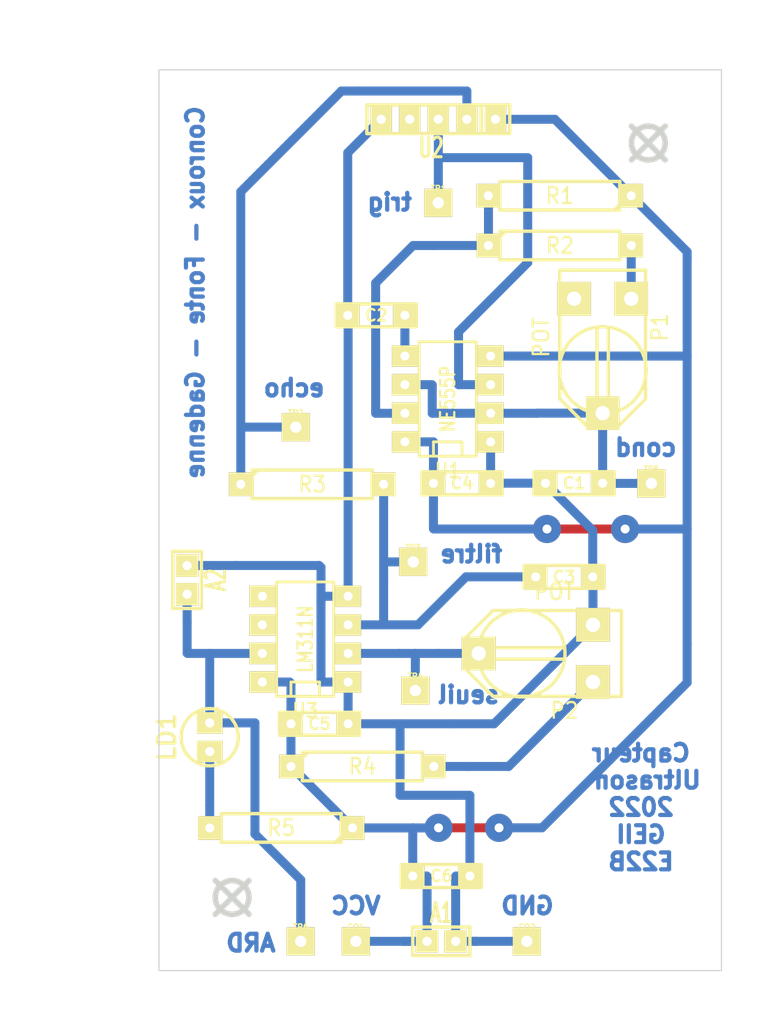
<source format=kicad_pcb>
(kicad_pcb (version 3) (host pcbnew "(2013-05-31 BZR 4019)-stable")

  (general
    (links 46)
    (no_connects 0)
    (area 119.949999 63.949999 170.050001 144.050001)
    (thickness 1.6)
    (drawings 29)
    (tracks 154)
    (zones 0)
    (modules 27)
    (nets 14)
  )

  (page A4)
  (title_block 
    (title "Capteur Ultrason ESE")
    (rev Original)
    (company "IUT de Lille - Dpt GEII")
    (comment 1 "Mathieu GADENNE")
  )

  (layers
    (15 Dessus.Cu signal)
    (0 Dessous.Cu signal)
    (16 Dessous.Adhes user)
    (17 Dessus.Adhes user)
    (18 Dessous.Pate user)
    (19 Dessus.Pate user)
    (20 Dessous.SilkS user)
    (21 Dessus.SilkS user)
    (22 Dessous.Masque user)
    (23 Dessus.Masque user)
    (24 Dessin.User user)
    (25 Cmts.User user)
    (26 Eco1.User user)
    (27 Eco2.User user)
    (28 Contours.Ci user)
  )

  (setup
    (last_trace_width 0.8)
    (trace_clearance 0.8)
    (zone_clearance 0.508)
    (zone_45_only no)
    (trace_min 0.254)
    (segment_width 0.2)
    (edge_width 0.1)
    (via_size 2.5)
    (via_drill 0.8)
    (via_min_size 0.889)
    (via_min_drill 0.508)
    (uvia_size 0.508)
    (uvia_drill 0.127)
    (uvias_allowed no)
    (uvia_min_size 0.508)
    (uvia_min_drill 0.127)
    (pcb_text_width 0.3)
    (pcb_text_size 1.5 1.5)
    (mod_edge_width 0.15)
    (mod_text_size 1 1)
    (mod_text_width 0.15)
    (pad_size 2 2)
    (pad_drill 0.8128)
    (pad_to_mask_clearance 0)
    (aux_axis_origin 0 0)
    (visible_elements 7FFFFBFF)
    (pcbplotparams
      (layerselection 3178497)
      (usegerberextensions true)
      (excludeedgelayer true)
      (linewidth 0.150000)
      (plotframeref false)
      (viasonmask false)
      (mode 1)
      (useauxorigin false)
      (hpglpennumber 1)
      (hpglpenspeed 20)
      (hpglpendiameter 15)
      (hpglpenoverlay 2)
      (psnegative false)
      (psa4output false)
      (plotreference true)
      (plotvalue true)
      (plotothertext true)
      (plotinvisibletext false)
      (padsonsilk false)
      (subtractmaskfromsilk false)
      (outputformat 1)
      (mirror false)
      (drillshape 1)
      (scaleselection 1)
      (outputdirectory ""))
  )

  (net 0 "")
  (net 1 /Arduino)
  (net 2 GND)
  (net 3 N-000001)
  (net 4 N-0000011)
  (net 5 N-0000013)
  (net 6 N-0000015)
  (net 7 N-0000016)
  (net 8 N-000003)
  (net 9 N-000004)
  (net 10 N-000005)
  (net 11 N-000006)
  (net 12 N-000008)
  (net 13 VCC)

  (net_class Default "Ceci est la Netclass par défaut"
    (clearance 0.8)
    (trace_width 0.8)
    (via_dia 2.5)
    (via_drill 0.8)
    (uvia_dia 0.508)
    (uvia_drill 0.127)
    (add_net "")
    (add_net /Arduino)
    (add_net GND)
    (add_net N-000001)
    (add_net N-0000011)
    (add_net N-0000013)
    (add_net N-0000015)
    (add_net N-0000016)
    (add_net N-000003)
    (add_net N-000004)
    (add_net N-000005)
    (add_net N-000006)
    (add_net N-000008)
    (add_net VCC)
  )

  (module SIL-5   locked (layer Dessus.Cu) (tedit 62050BBD) (tstamp 6205085C)
    (at 143.56 68.39 180)
    (descr "Connecteur 5 pins")
    (tags "CONN DEV")
    (path /62041637)
    (fp_text reference U2 (at -0.635 -2.54 180) (layer Dessus.SilkS)
      (effects (font (size 1.72974 1.08712) (thickness 0.3048)))
    )
    (fp_text value CONN_5 (at 0 -2.54 180) (layer Dessus.SilkS) hide
      (effects (font (size 1.524 1.016) (thickness 0.3048)))
    )
    (fp_line (start -7.62 1.27) (end -7.62 -1.27) (layer Dessus.SilkS) (width 0.3048))
    (fp_line (start -7.62 -1.27) (end 5.08 -1.27) (layer Dessus.SilkS) (width 0.3048))
    (fp_line (start 5.08 -1.27) (end 5.08 1.27) (layer Dessus.SilkS) (width 0.3048))
    (fp_line (start 5.08 1.27) (end -7.62 1.27) (layer Dessus.SilkS) (width 0.3048))
    (fp_line (start -5.08 1.27) (end -5.08 -1.27) (layer Dessus.SilkS) (width 0.3048))
    (pad 1 thru_hole rect (at -6.35 0 180) (size 1.9 2.3) (drill 0.8128)
      (layers *.Cu *.Mask Dessus.SilkS)
      (net 13 VCC)
    )
    (pad 2 thru_hole rect (at -3.81 0 180) (size 1.9 2.3) (drill 0.8128)
      (layers *.Cu *.Mask Dessus.SilkS)
      (net 4 N-0000011)
    )
    (pad 3 thru_hole rect (at -1.27 0 180) (size 1.9 2.3) (drill 0.8128)
      (layers *.Cu *.Mask Dessus.SilkS)
      (net 6 N-0000015)
    )
    (pad 4 thru_hole rect (at 1.27 0 180) (size 1.9 2.3) (drill 0.8128)
      (layers *.Cu *.Mask Dessus.SilkS)
    )
    (pad 5 thru_hole rect (at 3.81 0 180) (size 1.9 2.3) (drill 0.8128)
      (layers *.Cu *.Mask Dessus.SilkS)
      (net 2 GND)
    )
  )

  (module RV2X4   placed (layer Dessus.Cu) (tedit 200000) (tstamp 620A4FFB)
    (at 159.44 89.41 270)
    (descr "Resistance variable / Potentiometre")
    (tags R)
    (path /62017181)
    (fp_text reference P1 (at -2.54 -5.08 270) (layer Dessus.SilkS)
      (effects (font (size 1.397 1.27) (thickness 0.2032)))
    )
    (fp_text value POT (at -1.651 5.461 270) (layer Dessus.SilkS)
      (effects (font (size 1.397 1.27) (thickness 0.2032)))
    )
    (fp_line (start -7.62 -3.81) (end 3.81 -3.81) (layer Dessus.SilkS) (width 0.3048))
    (fp_line (start 3.81 -3.81) (end 6.35 -1.27) (layer Dessus.SilkS) (width 0.3048))
    (fp_line (start 6.35 -1.27) (end 6.35 1.27) (layer Dessus.SilkS) (width 0.3048))
    (fp_line (start 6.35 1.27) (end 3.81 3.81) (layer Dessus.SilkS) (width 0.3048))
    (fp_line (start 3.81 3.81) (end -7.62 3.81) (layer Dessus.SilkS) (width 0.3048))
    (fp_line (start -7.62 3.81) (end -7.62 -3.81) (layer Dessus.SilkS) (width 0.3048))
    (fp_line (start 0.762 -3.81) (end 1.905 -3.81) (layer Dessus.SilkS) (width 0.3048))
    (fp_line (start 1.651 3.81) (end 0.762 3.81) (layer Dessus.SilkS) (width 0.3048))
    (fp_line (start -2.54 -0.508) (end 4.953 -0.508) (layer Dessus.SilkS) (width 0.3048))
    (fp_line (start -2.54 0.508) (end 4.953 0.508) (layer Dessus.SilkS) (width 0.3048))
    (fp_circle (center 1.27 0) (end -2.54 -0.635) (layer Dessus.SilkS) (width 0.3048))
    (pad 1 thru_hole rect (at -5.08 -2.54 270) (size 3 3) (drill 1.27)
      (layers *.Cu *.Mask Dessus.SilkS)
      (net 5 N-0000013)
    )
    (pad 2 thru_hole rect (at 5.08 0 270) (size 3 3) (drill 1.27)
      (layers *.Cu *.Mask Dessus.SilkS)
      (net 12 N-000008)
    )
    (pad 3 thru_hole rect (at -5.08 2.54 270) (size 3 3) (drill 1.27)
      (layers *.Cu *.Mask Dessus.SilkS)
    )
    (model discret/adjustable_rx2v4.wrl
      (at (xyz 0 0 0))
      (scale (xyz 1 1 1))
      (rotate (xyz 0 0 0))
    )
  )

  (module RV2X4   placed (layer Dessus.Cu) (tedit 62050BF9) (tstamp 620A500E)
    (at 153.5 115.83 180)
    (descr "Resistance variable / Potentiometre")
    (tags R)
    (path /62018220)
    (fp_text reference P2 (at -2.54 -5.08 180) (layer Dessus.SilkS)
      (effects (font (size 1.397 1.27) (thickness 0.2032)))
    )
    (fp_text value POT (at -1.651 5.461 180) (layer Dessus.SilkS)
      (effects (font (size 1.397 1.27) (thickness 0.2032)))
    )
    (fp_line (start -7.62 -3.81) (end 3.81 -3.81) (layer Dessus.SilkS) (width 0.3048))
    (fp_line (start 3.81 -3.81) (end 6.35 -1.27) (layer Dessus.SilkS) (width 0.3048))
    (fp_line (start 6.35 -1.27) (end 6.35 1.27) (layer Dessus.SilkS) (width 0.3048))
    (fp_line (start 6.35 1.27) (end 3.81 3.81) (layer Dessus.SilkS) (width 0.3048))
    (fp_line (start 3.81 3.81) (end -7.62 3.81) (layer Dessus.SilkS) (width 0.3048))
    (fp_line (start -7.62 3.81) (end -7.62 -3.81) (layer Dessus.SilkS) (width 0.3048))
    (fp_line (start 0.762 -3.81) (end 1.905 -3.81) (layer Dessus.SilkS) (width 0.3048))
    (fp_line (start 1.651 3.81) (end 0.762 3.81) (layer Dessus.SilkS) (width 0.3048))
    (fp_line (start -2.54 -0.508) (end 4.953 -0.508) (layer Dessus.SilkS) (width 0.3048))
    (fp_line (start -2.54 0.508) (end 4.953 0.508) (layer Dessus.SilkS) (width 0.3048))
    (fp_circle (center 1.27 0) (end -2.54 -0.635) (layer Dessus.SilkS) (width 0.3048))
    (pad 1 thru_hole rect (at -5.08 -2.54 180) (size 3 3) (drill 1.27)
      (layers *.Cu *.Mask Dessus.SilkS)
      (net 11 N-000006)
    )
    (pad 2 thru_hole rect (at 5.08 0 180) (size 3 3) (drill 1.27)
      (layers *.Cu *.Mask Dessus.SilkS)
      (net 9 N-000004)
    )
    (pad 3 thru_hole rect (at -5.08 2.54 180) (size 3 3) (drill 1.27)
      (layers *.Cu *.Mask Dessus.SilkS)
      (net 2 GND)
    )
    (model discret/adjustable_rx2v4.wrl
      (at (xyz 0 0 0))
      (scale (xyz 1 1 1))
      (rotate (xyz 0 0 0))
    )
  )

  (module R5   placed (layer Dessus.Cu) (tedit 200000) (tstamp 620A5044)
    (at 138.08 125.87)
    (descr "Resistance 5 pas")
    (tags R)
    (path /6204FDDF)
    (autoplace_cost180 10)
    (fp_text reference R4 (at 0 0) (layer Dessus.SilkS)
      (effects (font (size 1.397 1.27) (thickness 0.2032)))
    )
    (fp_text value R (at 0 0) (layer Dessus.SilkS) hide
      (effects (font (size 1.397 1.27) (thickness 0.2032)))
    )
    (fp_line (start -6.35 0) (end -5.334 0) (layer Dessus.SilkS) (width 0.3048))
    (fp_line (start 6.35 0) (end 5.334 0) (layer Dessus.SilkS) (width 0.3048))
    (fp_line (start 5.334 -1.27) (end 5.334 1.27) (layer Dessus.SilkS) (width 0.3048))
    (fp_line (start 5.334 1.27) (end -5.334 1.27) (layer Dessus.SilkS) (width 0.3048))
    (fp_line (start -5.334 1.27) (end -5.334 -1.27) (layer Dessus.SilkS) (width 0.3048))
    (fp_line (start -5.334 -1.27) (end 5.334 -1.27) (layer Dessus.SilkS) (width 0.3048))
    (fp_line (start -5.334 -0.762) (end -4.826 -1.27) (layer Dessus.SilkS) (width 0.3048))
    (pad 1 thru_hole rect (at -6.35 0) (size 2.1 2.1) (drill 0.8)
      (layers *.Cu *.Mask Dessus.SilkS)
      (net 13 VCC)
    )
    (pad 2 thru_hole rect (at 6.35 0) (size 2.1 2.1) (drill 0.8)
      (layers *.Cu *.Mask Dessus.SilkS)
      (net 11 N-000006)
    )
    (model discret/resistor.wrl
      (at (xyz 0 0 0))
      (scale (xyz 0.5 0.5 0.5))
      (rotate (xyz 0 0 0))
    )
  )

  (module R5   placed (layer Dessus.Cu) (tedit 200000) (tstamp 620A5052)
    (at 155.63 75.18 180)
    (descr "Resistance 5 pas")
    (tags R)
    (path /62017163)
    (autoplace_cost180 10)
    (fp_text reference R1 (at 0 0 180) (layer Dessus.SilkS)
      (effects (font (size 1.397 1.27) (thickness 0.2032)))
    )
    (fp_text value R (at 0 0 180) (layer Dessus.SilkS) hide
      (effects (font (size 1.397 1.27) (thickness 0.2032)))
    )
    (fp_line (start -6.35 0) (end -5.334 0) (layer Dessus.SilkS) (width 0.3048))
    (fp_line (start 6.35 0) (end 5.334 0) (layer Dessus.SilkS) (width 0.3048))
    (fp_line (start 5.334 -1.27) (end 5.334 1.27) (layer Dessus.SilkS) (width 0.3048))
    (fp_line (start 5.334 1.27) (end -5.334 1.27) (layer Dessus.SilkS) (width 0.3048))
    (fp_line (start -5.334 1.27) (end -5.334 -1.27) (layer Dessus.SilkS) (width 0.3048))
    (fp_line (start -5.334 -1.27) (end 5.334 -1.27) (layer Dessus.SilkS) (width 0.3048))
    (fp_line (start -5.334 -0.762) (end -4.826 -1.27) (layer Dessus.SilkS) (width 0.3048))
    (pad 1 thru_hole rect (at -6.35 0 180) (size 2.1 2.1) (drill 0.8)
      (layers *.Cu *.Mask Dessus.SilkS)
      (net 13 VCC)
    )
    (pad 2 thru_hole rect (at 6.35 0 180) (size 2.1 2.1) (drill 0.8)
      (layers *.Cu *.Mask Dessus.SilkS)
      (net 7 N-0000016)
    )
    (model discret/resistor.wrl
      (at (xyz 0 0 0))
      (scale (xyz 0.5 0.5 0.5))
      (rotate (xyz 0 0 0))
    )
  )

  (module R5   placed (layer Dessus.Cu) (tedit 200000) (tstamp 620A5060)
    (at 155.64 79.6)
    (descr "Resistance 5 pas")
    (tags R)
    (path /62017172)
    (autoplace_cost180 10)
    (fp_text reference R2 (at 0 0) (layer Dessus.SilkS)
      (effects (font (size 1.397 1.27) (thickness 0.2032)))
    )
    (fp_text value R (at 0 0) (layer Dessus.SilkS) hide
      (effects (font (size 1.397 1.27) (thickness 0.2032)))
    )
    (fp_line (start -6.35 0) (end -5.334 0) (layer Dessus.SilkS) (width 0.3048))
    (fp_line (start 6.35 0) (end 5.334 0) (layer Dessus.SilkS) (width 0.3048))
    (fp_line (start 5.334 -1.27) (end 5.334 1.27) (layer Dessus.SilkS) (width 0.3048))
    (fp_line (start 5.334 1.27) (end -5.334 1.27) (layer Dessus.SilkS) (width 0.3048))
    (fp_line (start -5.334 1.27) (end -5.334 -1.27) (layer Dessus.SilkS) (width 0.3048))
    (fp_line (start -5.334 -1.27) (end 5.334 -1.27) (layer Dessus.SilkS) (width 0.3048))
    (fp_line (start -5.334 -0.762) (end -4.826 -1.27) (layer Dessus.SilkS) (width 0.3048))
    (pad 1 thru_hole rect (at -6.35 0) (size 2.1 2.1) (drill 0.8)
      (layers *.Cu *.Mask Dessus.SilkS)
      (net 7 N-0000016)
    )
    (pad 2 thru_hole rect (at 6.35 0) (size 2.1 2.1) (drill 0.8)
      (layers *.Cu *.Mask Dessus.SilkS)
      (net 5 N-0000013)
    )
    (model discret/resistor.wrl
      (at (xyz 0 0 0))
      (scale (xyz 0.5 0.5 0.5))
      (rotate (xyz 0 0 0))
    )
  )

  (module R5   placed (layer Dessus.Cu) (tedit 200000) (tstamp 620A506E)
    (at 133.62 100.81)
    (descr "Resistance 5 pas")
    (tags R)
    (path /620178E4)
    (autoplace_cost180 10)
    (fp_text reference R3 (at 0 0) (layer Dessus.SilkS)
      (effects (font (size 1.397 1.27) (thickness 0.2032)))
    )
    (fp_text value R (at 0 0) (layer Dessus.SilkS) hide
      (effects (font (size 1.397 1.27) (thickness 0.2032)))
    )
    (fp_line (start -6.35 0) (end -5.334 0) (layer Dessus.SilkS) (width 0.3048))
    (fp_line (start 6.35 0) (end 5.334 0) (layer Dessus.SilkS) (width 0.3048))
    (fp_line (start 5.334 -1.27) (end 5.334 1.27) (layer Dessus.SilkS) (width 0.3048))
    (fp_line (start 5.334 1.27) (end -5.334 1.27) (layer Dessus.SilkS) (width 0.3048))
    (fp_line (start -5.334 1.27) (end -5.334 -1.27) (layer Dessus.SilkS) (width 0.3048))
    (fp_line (start -5.334 -1.27) (end 5.334 -1.27) (layer Dessus.SilkS) (width 0.3048))
    (fp_line (start -5.334 -0.762) (end -4.826 -1.27) (layer Dessus.SilkS) (width 0.3048))
    (pad 1 thru_hole rect (at -6.35 0) (size 2.1 2.1) (drill 0.8)
      (layers *.Cu *.Mask Dessus.SilkS)
      (net 4 N-0000011)
    )
    (pad 2 thru_hole rect (at 6.35 0) (size 2.1 2.1) (drill 0.8)
      (layers *.Cu *.Mask Dessus.SilkS)
      (net 3 N-000001)
    )
    (model discret/resistor.wrl
      (at (xyz 0 0 0))
      (scale (xyz 0.5 0.5 0.5))
      (rotate (xyz 0 0 0))
    )
  )

  (module R5   placed (layer Dessus.Cu) (tedit 62050B24) (tstamp 620A507C)
    (at 130.86 131.33 180)
    (descr "Resistance 5 pas")
    (tags R)
    (path /62029863)
    (autoplace_cost180 10)
    (fp_text reference R5 (at 0 0 180) (layer Dessus.SilkS)
      (effects (font (size 1.397 1.27) (thickness 0.2032)))
    )
    (fp_text value R (at 0 0 180) (layer Dessus.SilkS) hide
      (effects (font (size 1.397 1.27) (thickness 0.2032)))
    )
    (fp_line (start -6.35 0) (end -5.334 0) (layer Dessus.SilkS) (width 0.3048))
    (fp_line (start 6.35 0) (end 5.334 0) (layer Dessus.SilkS) (width 0.3048))
    (fp_line (start 5.334 -1.27) (end 5.334 1.27) (layer Dessus.SilkS) (width 0.3048))
    (fp_line (start 5.334 1.27) (end -5.334 1.27) (layer Dessus.SilkS) (width 0.3048))
    (fp_line (start -5.334 1.27) (end -5.334 -1.27) (layer Dessus.SilkS) (width 0.3048))
    (fp_line (start -5.334 -1.27) (end 5.334 -1.27) (layer Dessus.SilkS) (width 0.3048))
    (fp_line (start -5.334 -0.762) (end -4.826 -1.27) (layer Dessus.SilkS) (width 0.3048))
    (pad 1 thru_hole rect (at -6.35 0 180) (size 2.1 2.1) (drill 0.8)
      (layers *.Cu *.Mask Dessus.SilkS)
      (net 13 VCC)
    )
    (pad 2 thru_hole rect (at 6.35 0 180) (size 2.1 2.1) (drill 0.8)
      (layers *.Cu *.Mask Dessus.SilkS)
      (net 8 N-000003)
    )
    (model discret/resistor.wrl
      (at (xyz 0 0 0))
      (scale (xyz 0.5 0.5 0.5))
      (rotate (xyz 0 0 0))
    )
  )

  (module PINTST   placed (layer Dessus.Cu) (tedit 620509A7) (tstamp 620A50ED)
    (at 142.6 107.7)
    (descr "module 1 pin (ou trou mecanique de percage)")
    (tags DEV)
    (path /62029D34)
    (fp_text reference TP3 (at 0 -1.26746) (layer Dessus.SilkS)
      (effects (font (size 0.508 0.508) (thickness 0.127)))
    )
    (fp_text value CONN_1 (at 0 1.27) (layer Dessus.SilkS) hide
      (effects (font (size 0.508 0.508) (thickness 0.127)))
    )
    (fp_circle (center 0 0) (end -0.254 -0.762) (layer Dessus.SilkS) (width 0.127))
    (pad 1 thru_hole rect (at 0 0) (size 2.5 2.5) (drill 1)
      (layers *.Cu *.Mask Dessus.SilkS)
      (net 3 N-000001)
    )
    (model pin_array/pin_array_1x1.wrl
      (at (xyz 0 0 0))
      (scale (xyz 1 1 1))
      (rotate (xyz 0 0 0))
    )
  )

  (module PINTST   locked (layer Dessus.Cu) (tedit 3D649DF9) (tstamp 620508CD)
    (at 152.7 141.4)
    (descr "module 1 pin (ou trou mecanique de percage)")
    (tags DEV)
    (path /6204F43C)
    (fp_text reference CO2 (at 0 -1.26746) (layer Dessus.SilkS)
      (effects (font (size 0.508 0.508) (thickness 0.127)))
    )
    (fp_text value CONN_1 (at 0 1.27) (layer Dessus.SilkS) hide
      (effects (font (size 0.508 0.508) (thickness 0.127)))
    )
    (fp_circle (center 0 0) (end -0.254 -0.762) (layer Dessus.SilkS) (width 0.127))
    (pad 1 thru_hole rect (at 0 0) (size 2.5 2.5) (drill 1)
      (layers *.Cu *.Mask Dessus.SilkS)
      (net 2 GND)
    )
    (model pin_array/pin_array_1x1.wrl
      (at (xyz 0 0 0))
      (scale (xyz 1 1 1))
      (rotate (xyz 0 0 0))
    )
  )

  (module PINTST   locked (layer Dessus.Cu) (tedit 3D649DF9) (tstamp 620A15AF)
    (at 137.5 141.4)
    (descr "module 1 pin (ou trou mecanique de percage)")
    (tags DEV)
    (path /6204F42D)
    (fp_text reference CO1 (at 0 -1.26746) (layer Dessus.SilkS)
      (effects (font (size 0.508 0.508) (thickness 0.127)))
    )
    (fp_text value CONN_1 (at 0 1.27) (layer Dessus.SilkS) hide
      (effects (font (size 0.508 0.508) (thickness 0.127)))
    )
    (fp_circle (center 0 0) (end -0.254 -0.762) (layer Dessus.SilkS) (width 0.127))
    (pad 1 thru_hole rect (at 0 0) (size 2.5 2.5) (drill 1)
      (layers *.Cu *.Mask Dessus.SilkS)
      (net 13 VCC)
    )
    (model pin_array/pin_array_1x1.wrl
      (at (xyz 0 0 0))
      (scale (xyz 1 1 1))
      (rotate (xyz 0 0 0))
    )
  )

  (module PINTST   placed (layer Dessus.Cu) (tedit 3D649DF9) (tstamp 620A50E6)
    (at 132.6 141.4)
    (descr "module 1 pin (ou trou mecanique de percage)")
    (tags DEV)
    (path /6204F228)
    (fp_text reference TP6 (at 0 -1.26746) (layer Dessus.SilkS)
      (effects (font (size 0.508 0.508) (thickness 0.127)))
    )
    (fp_text value CONN_1 (at 0 1.27) (layer Dessus.SilkS) hide
      (effects (font (size 0.508 0.508) (thickness 0.127)))
    )
    (fp_circle (center 0 0) (end -0.254 -0.762) (layer Dessus.SilkS) (width 0.127))
    (pad 1 thru_hole rect (at 0 0) (size 2.5 2.5) (drill 1)
      (layers *.Cu *.Mask Dessus.SilkS)
      (net 1 /Arduino)
    )
    (model pin_array/pin_array_1x1.wrl
      (at (xyz 0 0 0))
      (scale (xyz 1 1 1))
      (rotate (xyz 0 0 0))
    )
  )

  (module PINTST   placed (layer Dessus.Cu) (tedit 3D649DF9) (tstamp 620A50CA)
    (at 163.77 100.73)
    (descr "module 1 pin (ou trou mecanique de percage)")
    (tags DEV)
    (path /6204F21B)
    (fp_text reference TP5 (at 0 -1.26746) (layer Dessus.SilkS)
      (effects (font (size 0.508 0.508) (thickness 0.127)))
    )
    (fp_text value CONN_1 (at 0 1.27) (layer Dessus.SilkS) hide
      (effects (font (size 0.508 0.508) (thickness 0.127)))
    )
    (fp_circle (center 0 0) (end -0.254 -0.762) (layer Dessus.SilkS) (width 0.127))
    (pad 1 thru_hole rect (at 0 0) (size 2.5 2.5) (drill 1)
      (layers *.Cu *.Mask Dessus.SilkS)
      (net 12 N-000008)
    )
    (model pin_array/pin_array_1x1.wrl
      (at (xyz 0 0 0))
      (scale (xyz 1 1 1))
      (rotate (xyz 0 0 0))
    )
  )

  (module PINTST   placed (layer Dessus.Cu) (tedit 3D649DF9) (tstamp 620A50D1)
    (at 142.79 119.13)
    (descr "module 1 pin (ou trou mecanique de percage)")
    (tags DEV)
    (path /62029D59)
    (fp_text reference TP4 (at 0 -1.26746) (layer Dessus.SilkS)
      (effects (font (size 0.508 0.508) (thickness 0.127)))
    )
    (fp_text value CONN_1 (at 0 1.27) (layer Dessus.SilkS) hide
      (effects (font (size 0.508 0.508) (thickness 0.127)))
    )
    (fp_circle (center 0 0) (end -0.254 -0.762) (layer Dessus.SilkS) (width 0.127))
    (pad 1 thru_hole rect (at 0 0) (size 2.5 2.5) (drill 1)
      (layers *.Cu *.Mask Dessus.SilkS)
      (net 9 N-000004)
    )
    (model pin_array/pin_array_1x1.wrl
      (at (xyz 0 0 0))
      (scale (xyz 1 1 1))
      (rotate (xyz 0 0 0))
    )
  )

  (module PINTST   placed (layer Dessus.Cu) (tedit 3D649DF9) (tstamp 620A50D8)
    (at 132.16 95.73)
    (descr "module 1 pin (ou trou mecanique de percage)")
    (tags DEV)
    (path /62029D25)
    (fp_text reference TP2 (at 0 -1.26746) (layer Dessus.SilkS)
      (effects (font (size 0.508 0.508) (thickness 0.127)))
    )
    (fp_text value CONN_1 (at 0 1.27) (layer Dessus.SilkS) hide
      (effects (font (size 0.508 0.508) (thickness 0.127)))
    )
    (fp_circle (center 0 0) (end -0.254 -0.762) (layer Dessus.SilkS) (width 0.127))
    (pad 1 thru_hole rect (at 0 0) (size 2.5 2.5) (drill 1)
      (layers *.Cu *.Mask Dessus.SilkS)
      (net 4 N-0000011)
    )
    (model pin_array/pin_array_1x1.wrl
      (at (xyz 0 0 0))
      (scale (xyz 1 1 1))
      (rotate (xyz 0 0 0))
    )
  )

  (module PINTST   placed (layer Dessus.Cu) (tedit 3D649DF9) (tstamp 620A50DF)
    (at 144.83 75.81)
    (descr "module 1 pin (ou trou mecanique de percage)")
    (tags DEV)
    (path /62029D0B)
    (fp_text reference TP1 (at 0 -1.26746) (layer Dessus.SilkS)
      (effects (font (size 0.508 0.508) (thickness 0.127)))
    )
    (fp_text value CONN_1 (at 0 1.27) (layer Dessus.SilkS) hide
      (effects (font (size 0.508 0.508) (thickness 0.127)))
    )
    (fp_circle (center 0 0) (end -0.254 -0.762) (layer Dessus.SilkS) (width 0.127))
    (pad 1 thru_hole rect (at 0 0) (size 2.5 2.5) (drill 1)
      (layers *.Cu *.Mask Dessus.SilkS)
      (net 6 N-0000015)
    )
    (model pin_array/pin_array_1x1.wrl
      (at (xyz 0 0 0))
      (scale (xyz 1 1 1))
      (rotate (xyz 0 0 0))
    )
  )

  (module LEDV   placed (layer Dessus.Cu) (tedit 62050B78) (tstamp 620A5087)
    (at 124.51 123.27 90)
    (descr "Led verticale diam 6mm")
    (tags "LED DEV")
    (path /62029854)
    (fp_text reference LD1 (at 0 -3.81 90) (layer Dessus.SilkS)
      (effects (font (size 1.524 1.524) (thickness 0.3048)))
    )
    (fp_text value LED (at 0 -3.81 90) (layer Dessus.SilkS) hide
      (effects (font (size 1.524 1.524) (thickness 0.3048)))
    )
    (fp_circle (center 0 0) (end -2.54 0) (layer Dessus.SilkS) (width 0.3048))
    (fp_line (start 2.54 -0.635) (end 1.905 -0.635) (layer Dessus.SilkS) (width 0.3048))
    (fp_line (start 1.905 -0.635) (end 1.905 0.635) (layer Dessus.SilkS) (width 0.3048))
    (fp_line (start 1.905 0.635) (end 2.54 0.635) (layer Dessus.SilkS) (width 0.3048))
    (pad 1 thru_hole rect (at -1.27 0 90) (size 1.9 2.3) (drill 0.8128)
      (layers *.Cu *.Mask Dessus.SilkS)
      (net 8 N-000003)
    )
    (pad 2 thru_hole rect (at 1.27 0 90) (size 1.9 2.3) (drill 0.8128)
      (layers *.Cu *.Mask Dessus.SilkS)
      (net 1 /Arduino)
    )
    (model discret/led5_vertical.wrl
      (at (xyz 0 0 0))
      (scale (xyz 1 1 1))
      (rotate (xyz 0 0 0))
    )
  )

  (module DIP-8__300   placed (layer Dessus.Cu) (tedit 62050B51) (tstamp 620A5036)
    (at 133 114.56 90)
    (descr "8 pins DIL package, round pads")
    (tags DIL)
    (path /62016B01)
    (fp_text reference U3 (at -6.35 0 180) (layer Dessus.SilkS)
      (effects (font (size 1.27 1.143) (thickness 0.2032)))
    )
    (fp_text value LM311N (at 0 0 90) (layer Dessus.SilkS)
      (effects (font (size 1.27 1.016) (thickness 0.2032)))
    )
    (fp_line (start -5.08 -1.27) (end -3.81 -1.27) (layer Dessus.SilkS) (width 0.254))
    (fp_line (start -3.81 -1.27) (end -3.81 1.27) (layer Dessus.SilkS) (width 0.254))
    (fp_line (start -3.81 1.27) (end -5.08 1.27) (layer Dessus.SilkS) (width 0.254))
    (fp_line (start -5.08 -2.54) (end 5.08 -2.54) (layer Dessus.SilkS) (width 0.254))
    (fp_line (start 5.08 -2.54) (end 5.08 2.54) (layer Dessus.SilkS) (width 0.254))
    (fp_line (start 5.08 2.54) (end -5.08 2.54) (layer Dessus.SilkS) (width 0.254))
    (fp_line (start -5.08 2.54) (end -5.08 -2.54) (layer Dessus.SilkS) (width 0.254))
    (pad 1 thru_hole rect (at -3.81 3.81 90) (size 1.9 2.3) (drill 0.8)
      (layers *.Cu *.Mask Dessus.SilkS)
      (net 2 GND)
    )
    (pad 2 thru_hole rect (at -1.27 3.81 90) (size 1.9 2.3) (drill 0.8)
      (layers *.Cu *.Mask Dessus.SilkS)
      (net 9 N-000004)
    )
    (pad 3 thru_hole rect (at 1.27 3.81 90) (size 1.9 2.3) (drill 0.8)
      (layers *.Cu *.Mask Dessus.SilkS)
      (net 3 N-000001)
    )
    (pad 4 thru_hole rect (at 3.81 3.81 90) (size 1.9 2.3) (drill 0.8)
      (layers *.Cu *.Mask Dessus.SilkS)
      (net 2 GND)
    )
    (pad 5 thru_hole rect (at 3.81 -3.81 90) (size 1.9 2.3) (drill 0.8)
      (layers *.Cu *.Mask Dessus.SilkS)
    )
    (pad 6 thru_hole rect (at 1.27 -3.81 90) (size 1.9 2.3) (drill 0.8)
      (layers *.Cu *.Mask Dessus.SilkS)
    )
    (pad 7 thru_hole rect (at -1.27 -3.81 90) (size 1.9 2.3) (drill 0.8)
      (layers *.Cu *.Mask Dessus.SilkS)
      (net 1 /Arduino)
    )
    (pad 8 thru_hole rect (at -3.81 -3.81 90) (size 1.9 2.3) (drill 0.8)
      (layers *.Cu *.Mask Dessus.SilkS)
      (net 13 VCC)
    )
    (model dil/dil_8.wrl
      (at (xyz 0 0 0))
      (scale (xyz 1 1 1))
      (rotate (xyz 0 0 0))
    )
  )

  (module DIP-8__300   placed (layer Dessus.Cu) (tedit 43A7F843) (tstamp 620A5022)
    (at 145.67 93.23 90)
    (descr "8 pins DIL package, round pads")
    (tags DIL)
    (path /62016C51)
    (fp_text reference U1 (at -6.35 0 180) (layer Dessus.SilkS)
      (effects (font (size 1.27 1.143) (thickness 0.2032)))
    )
    (fp_text value NE555P (at 0 0 90) (layer Dessus.SilkS)
      (effects (font (size 1.27 1.016) (thickness 0.2032)))
    )
    (fp_line (start -5.08 -1.27) (end -3.81 -1.27) (layer Dessus.SilkS) (width 0.254))
    (fp_line (start -3.81 -1.27) (end -3.81 1.27) (layer Dessus.SilkS) (width 0.254))
    (fp_line (start -3.81 1.27) (end -5.08 1.27) (layer Dessus.SilkS) (width 0.254))
    (fp_line (start -5.08 -2.54) (end 5.08 -2.54) (layer Dessus.SilkS) (width 0.254))
    (fp_line (start 5.08 -2.54) (end 5.08 2.54) (layer Dessus.SilkS) (width 0.254))
    (fp_line (start 5.08 2.54) (end -5.08 2.54) (layer Dessus.SilkS) (width 0.254))
    (fp_line (start -5.08 2.54) (end -5.08 -2.54) (layer Dessus.SilkS) (width 0.254))
    (pad 1 thru_hole rect (at -3.81 3.81 90) (size 1.9 2.3) (drill 0.8)
      (layers *.Cu *.Mask Dessus.SilkS)
      (net 2 GND)
    )
    (pad 2 thru_hole rect (at -1.27 3.81 90) (size 1.9 2.3) (drill 0.8)
      (layers *.Cu *.Mask Dessus.SilkS)
      (net 12 N-000008)
    )
    (pad 3 thru_hole rect (at 1.27 3.81 90) (size 1.9 2.3) (drill 0.8)
      (layers *.Cu *.Mask Dessus.SilkS)
      (net 6 N-0000015)
    )
    (pad 4 thru_hole rect (at 3.81 3.81 90) (size 1.9 2.3) (drill 0.8)
      (layers *.Cu *.Mask Dessus.SilkS)
      (net 13 VCC)
    )
    (pad 5 thru_hole rect (at 3.81 -3.81 90) (size 1.9 2.3) (drill 0.8)
      (layers *.Cu *.Mask Dessus.SilkS)
      (net 10 N-000005)
    )
    (pad 6 thru_hole rect (at 1.27 -3.81 90) (size 1.9 2.3) (drill 0.8)
      (layers *.Cu *.Mask Dessus.SilkS)
      (net 12 N-000008)
    )
    (pad 7 thru_hole rect (at -1.27 -3.81 90) (size 1.9 2.3) (drill 0.8)
      (layers *.Cu *.Mask Dessus.SilkS)
      (net 7 N-0000016)
    )
    (pad 8 thru_hole rect (at -3.81 -3.81 90) (size 1.9 2.3) (drill 0.8)
      (layers *.Cu *.Mask Dessus.SilkS)
      (net 13 VCC)
    )
    (model dil/dil_8.wrl
      (at (xyz 0 0 0))
      (scale (xyz 1 1 1))
      (rotate (xyz 0 0 0))
    )
  )

  (module C2   placed (layer Dessus.Cu) (tedit 200000) (tstamp 620A5093)
    (at 146.94 100.72)
    (descr "Condensateur = 2 pas")
    (tags C)
    (path /6204CAED)
    (fp_text reference C4 (at 0 0) (layer Dessus.SilkS)
      (effects (font (size 1.016 1.016) (thickness 0.2032)))
    )
    (fp_text value C (at 0 0) (layer Dessus.SilkS) hide
      (effects (font (size 1.016 1.016) (thickness 0.2032)))
    )
    (fp_line (start -3.556 -1.016) (end 3.556 -1.016) (layer Dessus.SilkS) (width 0.3048))
    (fp_line (start 3.556 -1.016) (end 3.556 1.016) (layer Dessus.SilkS) (width 0.3048))
    (fp_line (start 3.556 1.016) (end -3.556 1.016) (layer Dessus.SilkS) (width 0.3048))
    (fp_line (start -3.556 1.016) (end -3.556 -1.016) (layer Dessus.SilkS) (width 0.3048))
    (fp_line (start -3.556 -0.508) (end -3.048 -1.016) (layer Dessus.SilkS) (width 0.3048))
    (pad 1 thru_hole rect (at -2.54 0) (size 2.1 2.1) (drill 0.8)
      (layers *.Cu *.Mask Dessus.SilkS)
      (net 13 VCC)
    )
    (pad 2 thru_hole rect (at 2.54 0) (size 2.1 2.1) (drill 0.8)
      (layers *.Cu *.Mask Dessus.SilkS)
      (net 2 GND)
    )
    (model discret/capa_2pas_5x5mm.wrl
      (at (xyz 0 0 0))
      (scale (xyz 1 1 1))
      (rotate (xyz 0 0 0))
    )
  )

  (module C2   placed (layer Dessus.Cu) (tedit 200000) (tstamp 620A509F)
    (at 134.27 122.08)
    (descr "Condensateur = 2 pas")
    (tags C)
    (path /6204CAFC)
    (fp_text reference C5 (at 0 0) (layer Dessus.SilkS)
      (effects (font (size 1.016 1.016) (thickness 0.2032)))
    )
    (fp_text value C (at 0 0) (layer Dessus.SilkS) hide
      (effects (font (size 1.016 1.016) (thickness 0.2032)))
    )
    (fp_line (start -3.556 -1.016) (end 3.556 -1.016) (layer Dessus.SilkS) (width 0.3048))
    (fp_line (start 3.556 -1.016) (end 3.556 1.016) (layer Dessus.SilkS) (width 0.3048))
    (fp_line (start 3.556 1.016) (end -3.556 1.016) (layer Dessus.SilkS) (width 0.3048))
    (fp_line (start -3.556 1.016) (end -3.556 -1.016) (layer Dessus.SilkS) (width 0.3048))
    (fp_line (start -3.556 -0.508) (end -3.048 -1.016) (layer Dessus.SilkS) (width 0.3048))
    (pad 1 thru_hole rect (at -2.54 0) (size 2.1 2.1) (drill 0.8)
      (layers *.Cu *.Mask Dessus.SilkS)
      (net 13 VCC)
    )
    (pad 2 thru_hole rect (at 2.54 0) (size 2.1 2.1) (drill 0.8)
      (layers *.Cu *.Mask Dessus.SilkS)
      (net 2 GND)
    )
    (model discret/capa_2pas_5x5mm.wrl
      (at (xyz 0 0 0))
      (scale (xyz 1 1 1))
      (rotate (xyz 0 0 0))
    )
  )

  (module C2   locked (layer Dessus.Cu) (tedit 200000) (tstamp 62050942)
    (at 145.1 135.6)
    (descr "Condensateur = 2 pas")
    (tags C)
    (path /6204CB0B)
    (fp_text reference C6 (at 0 0) (layer Dessus.SilkS)
      (effects (font (size 1.016 1.016) (thickness 0.2032)))
    )
    (fp_text value C (at 0 0) (layer Dessus.SilkS) hide
      (effects (font (size 1.016 1.016) (thickness 0.2032)))
    )
    (fp_line (start -3.556 -1.016) (end 3.556 -1.016) (layer Dessus.SilkS) (width 0.3048))
    (fp_line (start 3.556 -1.016) (end 3.556 1.016) (layer Dessus.SilkS) (width 0.3048))
    (fp_line (start 3.556 1.016) (end -3.556 1.016) (layer Dessus.SilkS) (width 0.3048))
    (fp_line (start -3.556 1.016) (end -3.556 -1.016) (layer Dessus.SilkS) (width 0.3048))
    (fp_line (start -3.556 -0.508) (end -3.048 -1.016) (layer Dessus.SilkS) (width 0.3048))
    (pad 1 thru_hole rect (at -2.54 0) (size 2.1 2.1) (drill 0.8)
      (layers *.Cu *.Mask Dessus.SilkS)
      (net 13 VCC)
    )
    (pad 2 thru_hole rect (at 2.54 0) (size 2.1 2.1) (drill 0.8)
      (layers *.Cu *.Mask Dessus.SilkS)
      (net 2 GND)
    )
    (model discret/capa_2pas_5x5mm.wrl
      (at (xyz 0 0 0))
      (scale (xyz 1 1 1))
      (rotate (xyz 0 0 0))
    )
  )

  (module C2   placed (layer Dessus.Cu) (tedit 200000) (tstamp 620A50AB)
    (at 156.02 109.03)
    (descr "Condensateur = 2 pas")
    (tags C)
    (path /62017880)
    (fp_text reference C3 (at 0 0) (layer Dessus.SilkS)
      (effects (font (size 1.016 1.016) (thickness 0.2032)))
    )
    (fp_text value C (at 0 0) (layer Dessus.SilkS) hide
      (effects (font (size 1.016 1.016) (thickness 0.2032)))
    )
    (fp_line (start -3.556 -1.016) (end 3.556 -1.016) (layer Dessus.SilkS) (width 0.3048))
    (fp_line (start 3.556 -1.016) (end 3.556 1.016) (layer Dessus.SilkS) (width 0.3048))
    (fp_line (start 3.556 1.016) (end -3.556 1.016) (layer Dessus.SilkS) (width 0.3048))
    (fp_line (start -3.556 1.016) (end -3.556 -1.016) (layer Dessus.SilkS) (width 0.3048))
    (fp_line (start -3.556 -0.508) (end -3.048 -1.016) (layer Dessus.SilkS) (width 0.3048))
    (pad 1 thru_hole rect (at -2.54 0) (size 2.1 2.1) (drill 0.8)
      (layers *.Cu *.Mask Dessus.SilkS)
      (net 3 N-000001)
    )
    (pad 2 thru_hole rect (at 2.54 0) (size 2.1 2.1) (drill 0.8)
      (layers *.Cu *.Mask Dessus.SilkS)
      (net 2 GND)
    )
    (model discret/capa_2pas_5x5mm.wrl
      (at (xyz 0 0 0))
      (scale (xyz 1 1 1))
      (rotate (xyz 0 0 0))
    )
  )

  (module C2   placed (layer Dessus.Cu) (tedit 62050960) (tstamp 620A50B7)
    (at 156.9 100.71 180)
    (descr "Condensateur = 2 pas")
    (tags C)
    (path /62017190)
    (fp_text reference C1 (at 0 0 180) (layer Dessus.SilkS)
      (effects (font (size 1.016 1.016) (thickness 0.2032)))
    )
    (fp_text value C (at 0 0 180) (layer Dessus.SilkS) hide
      (effects (font (size 1.016 1.016) (thickness 0.2032)))
    )
    (fp_line (start -3.556 -1.016) (end 3.556 -1.016) (layer Dessus.SilkS) (width 0.3048))
    (fp_line (start 3.556 -1.016) (end 3.556 1.016) (layer Dessus.SilkS) (width 0.3048))
    (fp_line (start 3.556 1.016) (end -3.556 1.016) (layer Dessus.SilkS) (width 0.3048))
    (fp_line (start -3.556 1.016) (end -3.556 -1.016) (layer Dessus.SilkS) (width 0.3048))
    (fp_line (start -3.556 -0.508) (end -3.048 -1.016) (layer Dessus.SilkS) (width 0.3048))
    (pad 1 thru_hole rect (at -2.54 0 180) (size 2.1 2.1) (drill 0.8)
      (layers *.Cu *.Mask Dessus.SilkS)
      (net 12 N-000008)
    )
    (pad 2 thru_hole rect (at 2.54 0 180) (size 2.1 2.1) (drill 0.8)
      (layers *.Cu *.Mask Dessus.SilkS)
      (net 2 GND)
    )
    (model discret/capa_2pas_5x5mm.wrl
      (at (xyz 0 0 0))
      (scale (xyz 1 1 1))
      (rotate (xyz 0 0 0))
    )
  )

  (module C2   placed (layer Dessus.Cu) (tedit 200000) (tstamp 620A50C3)
    (at 139.32 85.8 180)
    (descr "Condensateur = 2 pas")
    (tags C)
    (path /6204F98E)
    (fp_text reference C2 (at 0 0 180) (layer Dessus.SilkS)
      (effects (font (size 1.016 1.016) (thickness 0.2032)))
    )
    (fp_text value C (at 0 0 180) (layer Dessus.SilkS) hide
      (effects (font (size 1.016 1.016) (thickness 0.2032)))
    )
    (fp_line (start -3.556 -1.016) (end 3.556 -1.016) (layer Dessus.SilkS) (width 0.3048))
    (fp_line (start 3.556 -1.016) (end 3.556 1.016) (layer Dessus.SilkS) (width 0.3048))
    (fp_line (start 3.556 1.016) (end -3.556 1.016) (layer Dessus.SilkS) (width 0.3048))
    (fp_line (start -3.556 1.016) (end -3.556 -1.016) (layer Dessus.SilkS) (width 0.3048))
    (fp_line (start -3.556 -0.508) (end -3.048 -1.016) (layer Dessus.SilkS) (width 0.3048))
    (pad 1 thru_hole rect (at -2.54 0 180) (size 2.1 2.1) (drill 0.8)
      (layers *.Cu *.Mask Dessus.SilkS)
      (net 10 N-000005)
    )
    (pad 2 thru_hole rect (at 2.54 0 180) (size 2.1 2.1) (drill 0.8)
      (layers *.Cu *.Mask Dessus.SilkS)
      (net 2 GND)
    )
    (model discret/capa_2pas_5x5mm.wrl
      (at (xyz 0 0 0))
      (scale (xyz 1 1 1))
      (rotate (xyz 0 0 0))
    )
  )

  (module SIL-2 (layer Dessus.Cu) (tedit 621A565E) (tstamp 621A55B6)
    (at 145.1 141.4)
    (descr "Connecteurs 2 pins")
    (tags "CONN DEV")
    (path /6204E755)
    (fp_text reference A1 (at 0 -2.54) (layer Dessus.SilkS)
      (effects (font (size 1.72974 1.08712) (thickness 0.3048)))
    )
    (fp_text value CONN_2 (at 0 -2.54) (layer Dessus.SilkS) hide
      (effects (font (size 1.524 1.016) (thickness 0.3048)))
    )
    (fp_line (start -2.54 1.27) (end -2.54 -1.27) (layer Dessus.SilkS) (width 0.3048))
    (fp_line (start -2.54 -1.27) (end 2.54 -1.27) (layer Dessus.SilkS) (width 0.3048))
    (fp_line (start 2.54 -1.27) (end 2.54 1.27) (layer Dessus.SilkS) (width 0.3048))
    (fp_line (start 2.54 1.27) (end -2.54 1.27) (layer Dessus.SilkS) (width 0.3048))
    (pad 1 thru_hole rect (at -1.27 0) (size 2 2) (drill 0.8128)
      (layers *.Cu *.Mask Dessus.SilkS)
      (net 13 VCC)
    )
    (pad 2 thru_hole rect (at 1.27 0) (size 2 2) (drill 0.8128)
      (layers *.Cu *.Mask Dessus.SilkS)
      (net 2 GND)
    )
  )

  (module SIL-2 (layer Dessus.Cu) (tedit 621A56D7) (tstamp 621A56C2)
    (at 122.5 109.3 270)
    (descr "Connecteurs 2 pins")
    (tags "CONN DEV")
    (path /6204EB8F)
    (fp_text reference A2 (at 0 -2.54 270) (layer Dessus.SilkS)
      (effects (font (size 1.72974 1.08712) (thickness 0.3048)))
    )
    (fp_text value CONN_2 (at 0 -2.54 270) (layer Dessus.SilkS) hide
      (effects (font (size 1.524 1.016) (thickness 0.3048)))
    )
    (fp_line (start -2.54 1.27) (end -2.54 -1.27) (layer Dessus.SilkS) (width 0.3048))
    (fp_line (start -2.54 -1.27) (end 2.54 -1.27) (layer Dessus.SilkS) (width 0.3048))
    (fp_line (start 2.54 -1.27) (end 2.54 1.27) (layer Dessus.SilkS) (width 0.3048))
    (fp_line (start 2.54 1.27) (end -2.54 1.27) (layer Dessus.SilkS) (width 0.3048))
    (pad 1 thru_hole rect (at -1.27 0 270) (size 2 2) (drill 0.8128)
      (layers *.Cu *.Mask Dessus.SilkS)
      (net 2 GND)
    )
    (pad 2 thru_hole rect (at 1.27 0 270) (size 2 2) (drill 0.8128)
      (layers *.Cu *.Mask Dessus.SilkS)
      (net 1 /Arduino)
    )
  )

  (gr_text "Conroux - Fonte - Gadenne" (at 123.22 83.78 90) (layer Dessous.Cu)
    (effects (font (size 1.5 1.5) (thickness 0.375)) (justify mirror))
  )
  (gr_text "Capteur\nUltrason \n2022\nGEII\nE22B" (at 162.84 129.5) (layer Dessous.Cu)
    (effects (font (size 1.5 1.5) (thickness 0.375)) (justify mirror))
  )
  (gr_text echo (at 132 92.25) (layer Dessous.Cu)
    (effects (font (size 1.5 1.5) (thickness 0.375)) (justify mirror))
  )
  (gr_text trig (at 140.5 75.75) (layer Dessous.Cu)
    (effects (font (size 1.5 1.5) (thickness 0.375)) (justify mirror))
  )
  (gr_text cond (at 163.27 97.54) (layer Dessous.Cu)
    (effects (font (size 1.5 1.5) (thickness 0.375)) (justify mirror))
  )
  (gr_text filtre (at 147.75 107) (layer Dessous.Cu)
    (effects (font (size 1.5 1.5) (thickness 0.375)) (justify mirror))
  )
  (gr_text seuil (at 147.5 119.5) (layer Dessous.Cu)
    (effects (font (size 1.5 1.5) (thickness 0.375)) (justify mirror))
  )
  (gr_text ARD (at 128.16 141.55) (layer Dessous.Cu)
    (effects (font (size 1.5 1.5) (thickness 0.375)) (justify mirror))
  )
  (gr_text GND (at 152.75 138.25) (layer Dessous.Cu)
    (effects (font (size 1.5 1.5) (thickness 0.375)) (justify mirror))
  )
  (gr_text VCC (at 137.5 138.25) (layer Dessous.Cu)
    (effects (font (size 1.5 1.5) (thickness 0.375)) (justify mirror))
  )
  (dimension 35 (width 0.3) (layer Eco1.User)
    (gr_text "35,000 mm" (at 112.15 126.5 90) (layer Eco1.User)
      (effects (font (size 1.5 1.5) (thickness 0.3)))
    )
    (feature1 (pts (xy 114.5 109) (xy 110.8 109)))
    (feature2 (pts (xy 114.5 144) (xy 110.8 144)))
    (crossbar (pts (xy 113.5 144) (xy 113.5 109)))
    (arrow1a (pts (xy 113.5 109) (xy 114.08642 110.126503)))
    (arrow1b (pts (xy 113.5 109) (xy 112.91358 110.126503)))
    (arrow2a (pts (xy 113.5 144) (xy 114.08642 142.873497)))
    (arrow2b (pts (xy 113.5 144) (xy 112.91358 142.873497)))
  )
  (target x (at 163.5 70.5) (size 3) (width 0.5) (layer Contours.Ci))
  (gr_line (start 163.5 70.5) (end 163.5 64) (angle 90) (layer Eco1.User) (width 0.2))
  (gr_line (start 170 70.5) (end 163.5 70.5) (angle 90) (layer Eco1.User) (width 0.2))
  (dimension 6.5 (width 0.3) (layer Eco1.User)
    (gr_text "6,500 mm" (at 166.75 61.650001) (layer Eco1.User)
      (effects (font (size 1.5 1.5) (thickness 0.3)))
    )
    (feature1 (pts (xy 163.5 63.5) (xy 163.5 60.300001)))
    (feature2 (pts (xy 170 63.5) (xy 170 60.300001)))
    (crossbar (pts (xy 170 63.000001) (xy 163.5 63.000001)))
    (arrow1a (pts (xy 163.5 63.000001) (xy 164.626503 62.413581)))
    (arrow1b (pts (xy 163.5 63.000001) (xy 164.626503 63.586421)))
    (arrow2a (pts (xy 170 63.000001) (xy 168.873497 62.413581)))
    (arrow2b (pts (xy 170 63.000001) (xy 168.873497 63.586421)))
  )
  (dimension 6.5 (width 0.3) (layer Eco1.User)
    (gr_text "6,500 mm" (at 172.349999 67.25 270) (layer Eco1.User)
      (effects (font (size 1.5 1.5) (thickness 0.3)))
    )
    (feature1 (pts (xy 170.5 70.5) (xy 173.699999 70.5)))
    (feature2 (pts (xy 170.5 64) (xy 173.699999 64)))
    (crossbar (pts (xy 170.999999 64) (xy 170.999999 70.5)))
    (arrow1a (pts (xy 170.999999 70.5) (xy 170.413579 69.373497)))
    (arrow1b (pts (xy 170.999999 70.5) (xy 171.586419 69.373497)))
    (arrow2a (pts (xy 170.999999 64) (xy 170.413579 65.126503)))
    (arrow2b (pts (xy 170.999999 64) (xy 171.586419 65.126503)))
  )
  (target x (at 126.5 137.5) (size 3) (width 0.5) (layer Contours.Ci))
  (gr_line (start 126.5 137.5) (end 120 137.5) (angle 90) (layer Eco1.User) (width 0.2))
  (gr_line (start 126.5 144) (end 126.5 137.5) (angle 90) (layer Eco1.User) (width 0.2))
  (dimension 6.5 (width 0.3) (layer Eco1.User)
    (gr_text "6,500 mm" (at 117.65 140.75 90) (layer Eco1.User)
      (effects (font (size 1.5 1.5) (thickness 0.3)))
    )
    (feature1 (pts (xy 119.5 137.5) (xy 116.3 137.5)))
    (feature2 (pts (xy 119.5 144) (xy 116.3 144)))
    (crossbar (pts (xy 119 144) (xy 119 137.5)))
    (arrow1a (pts (xy 119 137.5) (xy 119.58642 138.626503)))
    (arrow1b (pts (xy 119 137.5) (xy 118.41358 138.626503)))
    (arrow2a (pts (xy 119 144) (xy 119.58642 142.873497)))
    (arrow2b (pts (xy 119 144) (xy 118.41358 142.873497)))
  )
  (dimension 6.5 (width 0.3) (layer Eco1.User)
    (gr_text "6,500 mm" (at 123.25 145.85) (layer Eco1.User)
      (effects (font (size 1.5 1.5) (thickness 0.3)))
    )
    (feature1 (pts (xy 126.5 144) (xy 126.5 147.2)))
    (feature2 (pts (xy 120 144) (xy 120 147.2)))
    (crossbar (pts (xy 120 144.5) (xy 126.5 144.5)))
    (arrow1a (pts (xy 126.5 144.5) (xy 125.373497 145.08642)))
    (arrow1b (pts (xy 126.5 144.5) (xy 125.373497 143.91358)))
    (arrow2a (pts (xy 120 144.5) (xy 121.126503 145.08642)))
    (arrow2b (pts (xy 120 144.5) (xy 121.126503 143.91358)))
  )
  (dimension 20 (width 0.3) (layer Cmts.User)
    (gr_text "20,000 mm" (at 130 149.349999) (layer Cmts.User)
      (effects (font (size 1.5 1.5) (thickness 0.3)))
    )
    (feature1 (pts (xy 140 146) (xy 140 150.699999)))
    (feature2 (pts (xy 120 146) (xy 120 150.699999)))
    (crossbar (pts (xy 120 147.999999) (xy 140 147.999999)))
    (arrow1a (pts (xy 140 147.999999) (xy 138.873497 148.586419)))
    (arrow1b (pts (xy 140 147.999999) (xy 138.873497 147.413579)))
    (arrow2a (pts (xy 120 147.999999) (xy 121.126503 148.586419)))
    (arrow2b (pts (xy 120 147.999999) (xy 121.126503 147.413579)))
  )
  (dimension 18.5 (width 0.3) (layer Cmts.User)
    (gr_text "18,500 mm" (at 129.25 63) (layer Cmts.User)
      (effects (font (size 1.5 1.5) (thickness 0.3)))
    )
    (feature1 (pts (xy 138.5 63) (xy 138.5 63)))
    (feature2 (pts (xy 120 63) (xy 120 63)))
    (crossbar (pts (xy 120 63) (xy 138.5 63)))
    (arrow1a (pts (xy 138.5 63) (xy 137.373497 63.58642)))
    (arrow1b (pts (xy 138.5 63) (xy 137.373497 62.41358)))
    (arrow2a (pts (xy 120 63) (xy 121.126503 63.58642)))
    (arrow2b (pts (xy 120 63) (xy 121.126503 62.41358)))
  )
  (gr_line (start 170 144) (end 120 144) (angle 90) (layer Contours.Ci) (width 0.1))
  (gr_line (start 170 64) (end 170 144) (angle 90) (layer Contours.Ci) (width 0.1))
  (gr_line (start 120 64) (end 120 144) (angle 90) (layer Contours.Ci) (width 0.1))
  (dimension 80 (width 0.3) (layer Cmts.User)
    (gr_text "80,000 mm" (at 114.650001 104 270) (layer Cmts.User)
      (effects (font (size 1.5 1.5) (thickness 0.3)))
    )
    (feature1 (pts (xy 118 144) (xy 113.300001 144)))
    (feature2 (pts (xy 118 64) (xy 113.300001 64)))
    (crossbar (pts (xy 116.000001 64) (xy 116.000001 144)))
    (arrow1a (pts (xy 116.000001 144) (xy 115.413581 142.873497)))
    (arrow1b (pts (xy 116.000001 144) (xy 116.586421 142.873497)))
    (arrow2a (pts (xy 116.000001 64) (xy 115.413581 65.126503)))
    (arrow2b (pts (xy 116.000001 64) (xy 116.586421 65.126503)))
  )
  (dimension 50 (width 0.3) (layer Cmts.User)
    (gr_text "50,000 mm" (at 145 59.650001) (layer Cmts.User)
      (effects (font (size 1.5 1.5) (thickness 0.3)))
    )
    (feature1 (pts (xy 170 62) (xy 170 58.300001)))
    (feature2 (pts (xy 120 62) (xy 120 58.300001)))
    (crossbar (pts (xy 120 61.000001) (xy 170 61.000001)))
    (arrow1a (pts (xy 170 61.000001) (xy 168.873497 61.586421)))
    (arrow1b (pts (xy 170 61.000001) (xy 168.873497 60.413581)))
    (arrow2a (pts (xy 120 61.000001) (xy 121.126503 61.586421)))
    (arrow2b (pts (xy 120 61.000001) (xy 121.126503 60.413581)))
  )
  (gr_line (start 120 64) (end 170 64) (angle 90) (layer Contours.Ci) (width 0.1))

  (segment (start 122.5 110.57) (end 122.5 113.1) (width 0.8) (layer Dessous.Cu) (net 1) (status 400000))
  (segment (start 122.53 115.83) (end 122.5 115.8) (width 0.8) (layer Dessous.Cu) (net 1) (tstamp 620A516B))
  (segment (start 122.5 115.8) (end 122.5 113.1) (width 0.8) (layer Dessous.Cu) (net 1) (tstamp 620A516C))
  (segment (start 122.53 115.83) (end 124.5 115.83) (width 0.8) (layer Dessous.Cu) (net 1) (tstamp 620A5270))
  (segment (start 124.51 122) (end 128.53 122) (width 0.8) (layer Dessous.Cu) (net 1))
  (segment (start 132.6 135.94) (end 132.6 141.4) (width 0.8) (layer Dessous.Cu) (net 1) (tstamp 620A5AFB))
  (segment (start 128.53 131.87) (end 132.6 135.94) (width 0.8) (layer Dessous.Cu) (net 1) (tstamp 620A5AF3))
  (segment (start 128.53 122) (end 128.53 131.87) (width 0.8) (layer Dessous.Cu) (net 1) (tstamp 620A5AEF))
  (segment (start 124.51 122) (end 124.51 115.84) (width 0.8) (layer Dessous.Cu) (net 1))
  (segment (start 124.51 115.84) (end 124.5 115.83) (width 0.8) (layer Dessous.Cu) (net 1) (tstamp 620A5A90))
  (segment (start 129.19 115.83) (end 124.5 115.83) (width 0.8) (layer Dessous.Cu) (net 1))
  (segment (start 126.8 108.02) (end 122.51 108.02) (width 0.8) (layer Dessous.Cu) (net 2) (status 800000))
  (segment (start 134.24 108.02) (end 134.4 108.18) (width 0.8) (layer Dessous.Cu) (net 2) (tstamp 620A51E9))
  (segment (start 134.4 111.38) (end 134.4 108.18) (width 0.8) (layer Dessous.Cu) (net 2))
  (segment (start 126.8 108.02) (end 134.24 108.02) (width 0.8) (layer Dessous.Cu) (net 2) (tstamp 621A56F4))
  (segment (start 122.51 108.02) (end 122.5 108.03) (width 0.8) (layer Dessous.Cu) (net 2) (tstamp 621A5702) (status C00000))
  (segment (start 146.37 141.4) (end 146.37 135.63) (width 0.8) (layer Dessous.Cu) (net 2))
  (segment (start 146.4 135.6) (end 147.64 135.6) (width 0.8) (layer Dessous.Cu) (net 2) (tstamp 621A567C))
  (segment (start 146.37 135.63) (end 146.4 135.6) (width 0.8) (layer Dessous.Cu) (net 2) (tstamp 621A5676))
  (segment (start 148.2 141.4) (end 146.37 141.4) (width 0.8) (layer Dessous.Cu) (net 2))
  (segment (start 158.56 109.03) (end 158.56 104.91) (width 0.8) (layer Dessous.Cu) (net 2))
  (segment (start 158.56 104.91) (end 154.36 100.71) (width 0.8) (layer Dessous.Cu) (net 2) (tstamp 620A5F36))
  (segment (start 154.36 100.71) (end 149.49 100.71) (width 0.8) (layer Dessous.Cu) (net 2))
  (segment (start 149.49 100.71) (end 149.48 100.72) (width 0.8) (layer Dessous.Cu) (net 2) (tstamp 620A5F30))
  (segment (start 149.48 97.04) (end 149.48 100.72) (width 0.8) (layer Dessous.Cu) (net 2))
  (segment (start 158.58 113.29) (end 158.58 109.05) (width 0.8) (layer Dessous.Cu) (net 2))
  (segment (start 158.58 109.05) (end 158.56 109.03) (width 0.8) (layer Dessous.Cu) (net 2) (tstamp 620A5C7C))
  (segment (start 146.16 122.08) (end 149.79 122.08) (width 0.8) (layer Dessous.Cu) (net 2))
  (segment (start 141.43 122.08) (end 146.16 122.08) (width 0.8) (layer Dessous.Cu) (net 2) (tstamp 620A597C))
  (segment (start 149.79 122.08) (end 158.58 113.29) (width 0.8) (layer Dessous.Cu) (net 2) (tstamp 620A5C56))
  (segment (start 141.43 128.43) (end 147.62 128.43) (width 0.8) (layer Dessous.Cu) (net 2))
  (segment (start 141.43 128.43) (end 141.43 122.08) (width 0.8) (layer Dessous.Cu) (net 2) (tstamp 620A5AC3))
  (segment (start 147.64 135.6) (end 147.64 129.48) (width 0.8) (layer Dessous.Cu) (net 2) (tstamp 620A5AA9))
  (segment (start 147.62 128.43) (end 147.64 128.45) (width 0.8) (layer Dessous.Cu) (net 2) (tstamp 620A5AC5))
  (segment (start 147.64 128.45) (end 147.64 129.48) (width 0.8) (layer Dessous.Cu) (net 2) (tstamp 620A5AC6))
  (segment (start 136.78 85.8) (end 136.78 71.36) (width 0.8) (layer Dessous.Cu) (net 2))
  (segment (start 136.78 71.36) (end 139.75 68.39) (width 0.8) (layer Dessous.Cu) (net 2) (tstamp 620A5703))
  (segment (start 136.81 110.75) (end 136.81 85.83) (width 0.8) (layer Dessous.Cu) (net 2))
  (segment (start 136.81 85.83) (end 136.78 85.8) (width 0.8) (layer Dessous.Cu) (net 2) (tstamp 620A56E8))
  (segment (start 147.64 141.4) (end 148.2 141.4) (width 0.8) (layer Dessous.Cu) (net 2))
  (segment (start 148.2 141.4) (end 152.7 141.4) (width 0.8) (layer Dessous.Cu) (net 2) (tstamp 621A560C))
  (segment (start 136.81 122.08) (end 140.87 122.08) (width 0.8) (layer Dessous.Cu) (net 2))
  (segment (start 140.87 122.08) (end 141.43 122.08) (width 0.8) (layer Dessous.Cu) (net 2) (tstamp 620A5294))
  (segment (start 136.81 118.37) (end 136.81 122.08) (width 0.8) (layer Dessous.Cu) (net 2))
  (segment (start 136.81 118.37) (end 134.41 118.37) (width 0.8) (layer Dessous.Cu) (net 2))
  (segment (start 134.41 110.75) (end 136.81 110.75) (width 0.8) (layer Dessous.Cu) (net 2) (tstamp 620A5164))
  (segment (start 134.4 110.76) (end 134.41 110.75) (width 0.8) (layer Dessous.Cu) (net 2) (tstamp 620A5163))
  (segment (start 134.4 118.36) (end 134.4 111.38) (width 0.8) (layer Dessous.Cu) (net 2) (tstamp 620A5162))
  (segment (start 134.4 111.38) (end 134.4 110.76) (width 0.8) (layer Dessous.Cu) (net 2) (tstamp 620A51E0))
  (segment (start 134.41 118.37) (end 134.4 118.36) (width 0.8) (layer Dessous.Cu) (net 2) (tstamp 620A5161))
  (segment (start 139.97 113.29) (end 143.03 113.29) (width 0.8) (layer Dessous.Cu) (net 3))
  (segment (start 147.29 109.03) (end 153.48 109.03) (width 0.8) (layer Dessous.Cu) (net 3) (tstamp 620A5C86))
  (segment (start 143.03 113.29) (end 147.29 109.03) (width 0.8) (layer Dessous.Cu) (net 3) (tstamp 620A5C81))
  (segment (start 142.6 107.7) (end 139.97 107.7) (width 0.8) (layer Dessous.Cu) (net 3))
  (segment (start 139.97 100.81) (end 139.97 107.7) (width 0.8) (layer Dessous.Cu) (net 3))
  (segment (start 139.97 107.7) (end 139.97 109.04) (width 0.8) (layer Dessous.Cu) (net 3) (tstamp 620A5BD1))
  (segment (start 139.97 109.04) (end 139.97 113.29) (width 0.8) (layer Dessous.Cu) (net 3) (tstamp 620A583F))
  (segment (start 139.97 113.29) (end 136.81 113.29) (width 0.8) (layer Dessous.Cu) (net 3) (tstamp 620A57EF))
  (segment (start 137.7 65.88) (end 136.21 65.88) (width 0.8) (layer Dessous.Cu) (net 4))
  (segment (start 147.37 65.88) (end 137.7 65.88) (width 0.8) (layer Dessous.Cu) (net 4) (tstamp 620A587D))
  (segment (start 147.37 68.39) (end 147.37 65.88) (width 0.8) (layer Dessous.Cu) (net 4))
  (segment (start 127.27 74.83) (end 127.27 95.69) (width 0.8) (layer Dessous.Cu) (net 4) (tstamp 620A5B5A))
  (segment (start 136.2 65.9) (end 127.27 74.83) (width 0.8) (layer Dessous.Cu) (net 4) (tstamp 620A5B4A))
  (segment (start 136.2 65.89) (end 136.2 65.9) (width 0.8) (layer Dessous.Cu) (net 4))
  (segment (start 136.21 65.88) (end 136.2 65.89) (width 0.8) (layer Dessous.Cu) (net 4) (tstamp 620A5DDE))
  (segment (start 132.16 95.73) (end 127.27 95.73) (width 0.8) (layer Dessous.Cu) (net 4))
  (segment (start 127.27 95.73) (end 127.27 95.69) (width 0.8) (layer Dessous.Cu) (net 4) (tstamp 620A5922))
  (segment (start 127.27 95.69) (end 127.27 100.81) (width 0.8) (layer Dessous.Cu) (net 4) (tstamp 620A592B))
  (segment (start 161.98 84.33) (end 161.98 79.61) (width 0.8) (layer Dessous.Cu) (net 5))
  (segment (start 161.98 79.61) (end 161.99 79.6) (width 0.8) (layer Dessous.Cu) (net 5) (tstamp 620A5472))
  (segment (start 146.63 87.37) (end 146.63 87.27) (width 0.8) (layer Dessous.Cu) (net 6))
  (segment (start 149.5 84.4) (end 152.78 81.12) (width 0.8) (layer Dessous.Cu) (net 6) (tstamp 620A5B60))
  (segment (start 152.78 71.8) (end 152.78 81.12) (width 0.8) (layer Dessous.Cu) (net 6) (tstamp 620A58DA))
  (segment (start 152.78 71.8) (end 144.83 71.8) (width 0.8) (layer Dessous.Cu) (net 6) (tstamp 620A58D5))
  (segment (start 146.63 87.27) (end 149.5 84.4) (width 0.8) (layer Dessous.Cu) (net 6) (tstamp 620A5DAF))
  (segment (start 146.63 87.32) (end 146.63 87.37) (width 0.8) (layer Dessous.Cu) (net 6) (tstamp 620A5D8A))
  (segment (start 146.63 87.37) (end 146.63 91.96) (width 0.8) (layer Dessous.Cu) (net 6) (tstamp 620A5DAD))
  (segment (start 146.63 91.96) (end 149.48 91.96) (width 0.8) (layer Dessous.Cu) (net 6) (tstamp 620A58FB))
  (segment (start 144.83 71.8) (end 144.83 75.81) (width 0.8) (layer Dessous.Cu) (net 6))
  (segment (start 144.83 68.39) (end 144.83 71.8) (width 0.8) (layer Dessous.Cu) (net 6))
  (segment (start 149.29 79.6) (end 149.29 75.19) (width 0.8) (layer Dessous.Cu) (net 7))
  (segment (start 149.29 75.19) (end 149.28 75.18) (width 0.8) (layer Dessous.Cu) (net 7) (tstamp 620A6577))
  (segment (start 139.26 84.74) (end 139.26 82.93) (width 0.8) (layer Dessous.Cu) (net 7))
  (segment (start 139.26 94.5) (end 139.26 90.14) (width 0.8) (layer Dessous.Cu) (net 7) (tstamp 620A5488))
  (segment (start 139.26 90.14) (end 139.26 84.74) (width 0.8) (layer Dessous.Cu) (net 7) (tstamp 620A5499))
  (segment (start 149.29 79.6) (end 144.4 79.6) (width 0.8) (layer Dessous.Cu) (net 7) (tstamp 620A54B0))
  (segment (start 139.26 94.5) (end 141.86 94.5) (width 0.8) (layer Dessous.Cu) (net 7))
  (segment (start 142.59 79.6) (end 144.4 79.6) (width 0.8) (layer Dessous.Cu) (net 7) (tstamp 620A5D75))
  (segment (start 139.26 82.93) (end 142.59 79.6) (width 0.8) (layer Dessous.Cu) (net 7) (tstamp 620A5D71))
  (segment (start 124.51 131.33) (end 124.51 129.31) (width 0.8) (layer Dessous.Cu) (net 8))
  (segment (start 124.51 129.31) (end 124.51 124.54) (width 0.8) (layer Dessous.Cu) (net 8))
  (segment (start 142.79 119.13) (end 142.79 115.84) (width 0.8) (layer Dessous.Cu) (net 9))
  (segment (start 142.79 115.84) (end 142.78 115.83) (width 0.8) (layer Dessous.Cu) (net 9) (tstamp 620A5CDB))
  (segment (start 148.42 115.83) (end 144.79 115.83) (width 0.8) (layer Dessous.Cu) (net 9))
  (segment (start 142.78 115.83) (end 141.39 115.83) (width 0.8) (layer Dessous.Cu) (net 9))
  (segment (start 144.79 115.83) (end 142.78 115.83) (width 0.8) (layer Dessous.Cu) (net 9))
  (segment (start 141.39 115.83) (end 136.81 115.83) (width 0.8) (layer Dessous.Cu) (net 9) (tstamp 620A5230))
  (segment (start 141.86 89.42) (end 141.86 85.8) (width 0.8) (layer Dessous.Cu) (net 10))
  (segment (start 147.45 125.87) (end 151.08 125.87) (width 0.8) (layer Dessous.Cu) (net 11))
  (segment (start 144.43 125.87) (end 147.45 125.87) (width 0.8) (layer Dessous.Cu) (net 11))
  (segment (start 151.08 125.87) (end 158.58 118.37) (width 0.8) (layer Dessous.Cu) (net 11) (tstamp 620A5C52))
  (segment (start 163.77 100.73) (end 159.46 100.73) (width 0.8) (layer Dessous.Cu) (net 12))
  (segment (start 159.46 100.73) (end 159.44 100.71) (width 0.8) (layer Dessous.Cu) (net 12) (tstamp 620A5F65))
  (segment (start 159.44 94.49) (end 159.44 100.71) (width 0.8) (layer Dessous.Cu) (net 12))
  (segment (start 159.44 94.49) (end 153.57 94.49) (width 0.8) (layer Dessous.Cu) (net 12))
  (segment (start 153.57 94.49) (end 153.56 94.5) (width 0.8) (layer Dessous.Cu) (net 12) (tstamp 620A5445))
  (segment (start 149.48 94.5) (end 153.56 94.5) (width 0.8) (layer Dessous.Cu) (net 12))
  (segment (start 149.48 94.5) (end 144.29 94.5) (width 0.8) (layer Dessous.Cu) (net 12))
  (segment (start 144.29 91.99) (end 144.26 91.96) (width 0.8) (layer Dessous.Cu) (net 12) (tstamp 620A53A6))
  (segment (start 144.26 91.96) (end 141.86 91.96) (width 0.8) (layer Dessous.Cu) (net 12))
  (segment (start 144.29 94.5) (end 144.29 91.99) (width 0.8) (layer Dessous.Cu) (net 12))
  (segment (start 143.83 141.4) (end 143.83 135.63) (width 0.8) (layer Dessous.Cu) (net 13))
  (segment (start 143.8 135.6) (end 142.56 135.6) (width 0.8) (layer Dessous.Cu) (net 13) (tstamp 621A5683))
  (segment (start 143.83 135.63) (end 143.8 135.6) (width 0.8) (layer Dessous.Cu) (net 13) (tstamp 621A567F))
  (segment (start 141.7 141.4) (end 143.83 141.4) (width 0.8) (layer Dessous.Cu) (net 13))
  (segment (start 142.56 135.6) (end 142.56 131.33) (width 0.8) (layer Dessous.Cu) (net 13))
  (segment (start 142.56 131.33) (end 142.6 131.33) (width 0.8) (layer Dessous.Cu) (net 13) (tstamp 620A8EE6))
  (segment (start 161.98 75.18) (end 161.98 75.19) (width 0.8) (layer Dessous.Cu) (net 13))
  (segment (start 161.98 75.19) (end 166.95 80.16) (width 0.8) (layer Dessous.Cu) (net 13) (tstamp 620A6589))
  (segment (start 149.91 68.39) (end 155.19 68.39) (width 0.8) (layer Dessous.Cu) (net 13))
  (segment (start 155.19 68.39) (end 161.98 75.18) (width 0.8) (layer Dessous.Cu) (net 13) (tstamp 620A6582))
  (segment (start 131.73 125.87) (end 131.75 125.87) (width 0.8) (layer Dessous.Cu) (net 13))
  (segment (start 131.75 125.87) (end 137.21 131.33) (width 0.8) (layer Dessous.Cu) (net 13) (tstamp 620A6220))
  (segment (start 137.21 131.33) (end 142.6 131.33) (width 0.8) (layer Dessous.Cu) (net 13))
  (segment (start 142.6 131.33) (end 144.84 131.33) (width 0.8) (layer Dessous.Cu) (net 13) (tstamp 620A8EEA))
  (segment (start 166.95 104.78) (end 166.95 115.05) (width 0.8) (layer Dessous.Cu) (net 13) (tstamp 620A5B2D))
  (via (at 150.23 131.32) (size 2.5) (layers Dessus.Cu Dessous.Cu) (net 13))
  (segment (start 150.23 131.32) (end 144.85 131.32) (width 0.8) (layer Dessus.Cu) (net 13) (tstamp 620A5AD9))
  (via (at 144.85 131.32) (size 2.5) (layers Dessus.Cu Dessous.Cu) (net 13))
  (segment (start 154.05 131.32) (end 150.23 131.32) (width 0.8) (layer Dessous.Cu) (net 13) (tstamp 620A5C5D))
  (segment (start 166.95 118.42) (end 154.05 131.32) (width 0.8) (layer Dessous.Cu) (net 13) (tstamp 620A5C5B))
  (segment (start 166.95 115.05) (end 166.95 118.42) (width 0.8) (layer Dessous.Cu) (net 13))
  (segment (start 144.84 131.33) (end 144.85 131.32) (width 0.8) (layer Dessous.Cu) (net 13) (tstamp 620A621C))
  (segment (start 144.4 100.72) (end 144.4 104.75) (width 0.8) (layer Dessous.Cu) (net 13))
  (via (at 161.44 104.78) (size 2.5) (layers Dessus.Cu Dessous.Cu) (net 13))
  (segment (start 154.49 104.78) (end 161.44 104.78) (width 0.8) (layer Dessus.Cu) (net 13) (tstamp 620A5A34))
  (via (at 154.49 104.78) (size 2.5) (layers Dessus.Cu Dessous.Cu) (net 13))
  (segment (start 144.43 104.78) (end 154.49 104.78) (width 0.8) (layer Dessous.Cu) (net 13) (tstamp 620A5A25))
  (segment (start 144.4 104.75) (end 144.43 104.78) (width 0.8) (layer Dessous.Cu) (net 13) (tstamp 620A5A1F))
  (segment (start 161.44 104.78) (end 166.95 104.78) (width 0.8) (layer Dessous.Cu) (net 13))
  (segment (start 144.4 100.72) (end 144.4 97.05) (width 0.8) (layer Dessous.Cu) (net 13))
  (segment (start 144.39 97.04) (end 141.86 97.04) (width 0.8) (layer Dessous.Cu) (net 13) (tstamp 620A5EFE))
  (segment (start 144.4 97.05) (end 144.39 97.04) (width 0.8) (layer Dessous.Cu) (net 13) (tstamp 620A5EFD))
  (segment (start 149.48 89.42) (end 166.95 89.42) (width 0.8) (layer Dessous.Cu) (net 13))
  (segment (start 166.95 80.65) (end 166.95 80.16) (width 0.8) (layer Dessous.Cu) (net 13))
  (segment (start 166.95 80.65) (end 166.95 89.42) (width 0.8) (layer Dessous.Cu) (net 13) (tstamp 620A5B73))
  (segment (start 166.95 89.42) (end 166.95 104.78) (width 0.8) (layer Dessous.Cu) (net 13) (tstamp 620A5CF7))
  (segment (start 166.95 80.75) (end 166.95 80.65) (width 0.8) (layer Dessous.Cu) (net 13) (tstamp 620A5B6A))
  (segment (start 142.56 141.4) (end 141.7 141.4) (width 0.8) (layer Dessous.Cu) (net 13))
  (segment (start 141.7 141.4) (end 137.5 141.4) (width 0.8) (layer Dessous.Cu) (net 13) (tstamp 621A5610))
  (segment (start 131.73 125.87) (end 131.73 122.08) (width 0.8) (layer Dessous.Cu) (net 13))
  (segment (start 131.73 122.08) (end 131.73 118.49) (width 0.8) (layer Dessous.Cu) (net 13))
  (segment (start 131.61 118.37) (end 129.19 118.37) (width 0.8) (layer Dessous.Cu) (net 13) (tstamp 620A5188))
  (segment (start 131.73 118.49) (end 131.61 118.37) (width 0.8) (layer Dessous.Cu) (net 13) (tstamp 620A5187))

)

</source>
